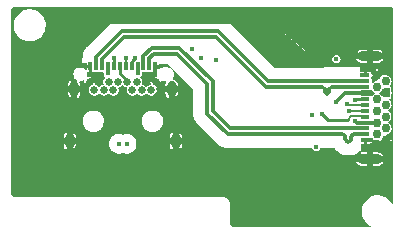
<source format=gtl>
G04 #@! TF.GenerationSoftware,KiCad,Pcbnew,6.0.11-2627ca5db0~126~ubuntu22.04.1*
G04 #@! TF.CreationDate,2023-02-09T23:48:25+01:00*
G04 #@! TF.ProjectId,PDLeech,50444c65-6563-4682-9e6b-696361645f70,rev?*
G04 #@! TF.SameCoordinates,Original*
G04 #@! TF.FileFunction,Copper,L1,Top*
G04 #@! TF.FilePolarity,Positive*
%FSLAX46Y46*%
G04 Gerber Fmt 4.6, Leading zero omitted, Abs format (unit mm)*
G04 Created by KiCad (PCBNEW 6.0.11-2627ca5db0~126~ubuntu22.04.1) date 2023-02-09 23:48:25*
%MOMM*%
%LPD*%
G01*
G04 APERTURE LIST*
G04 #@! TA.AperFunction,SMDPad,CuDef*
%ADD10R,0.300000X0.700000*%
G04 #@! TD*
G04 #@! TA.AperFunction,ComponentPad*
%ADD11C,0.650000*%
G04 #@! TD*
G04 #@! TA.AperFunction,ComponentPad*
%ADD12O,0.800000X1.400000*%
G04 #@! TD*
G04 #@! TA.AperFunction,SMDPad,CuDef*
%ADD13R,0.800000X0.300000*%
G04 #@! TD*
G04 #@! TA.AperFunction,ComponentPad*
%ADD14C,0.750000*%
G04 #@! TD*
G04 #@! TA.AperFunction,ComponentPad*
%ADD15O,2.100000X0.900000*%
G04 #@! TD*
G04 #@! TA.AperFunction,ViaPad*
%ADD16C,0.450000*%
G04 #@! TD*
G04 #@! TA.AperFunction,Conductor*
%ADD17C,0.300000*%
G04 #@! TD*
G04 #@! TA.AperFunction,Conductor*
%ADD18C,0.350000*%
G04 #@! TD*
G04 #@! TA.AperFunction,Conductor*
%ADD19C,0.254000*%
G04 #@! TD*
G04 #@! TA.AperFunction,Conductor*
%ADD20C,0.200000*%
G04 #@! TD*
G04 #@! TA.AperFunction,Conductor*
%ADD21C,0.127000*%
G04 #@! TD*
G04 APERTURE END LIST*
D10*
X139236000Y-63179000D03*
X139736000Y-63179000D03*
X140236000Y-63179000D03*
X140736000Y-63179000D03*
X141236000Y-63179000D03*
X141736000Y-63179000D03*
X142236000Y-63179000D03*
X142736000Y-63179000D03*
X143236000Y-63179000D03*
X143736000Y-63179000D03*
X144236000Y-63179000D03*
X144736000Y-63179000D03*
D11*
X144786000Y-64489000D03*
X144386000Y-65189000D03*
X143586000Y-65189000D03*
X143186000Y-64489000D03*
X142786000Y-65189000D03*
X142386000Y-64489000D03*
X141586000Y-64489000D03*
X141186000Y-65189000D03*
X140786000Y-64489000D03*
X140386000Y-65189000D03*
X139586000Y-65189000D03*
X139186000Y-64489000D03*
D12*
X146116000Y-65089000D03*
X137856000Y-65089000D03*
X146476000Y-69469000D03*
X137496000Y-69469000D03*
D13*
X162535500Y-63922500D03*
X162535500Y-64422500D03*
X162535500Y-64922500D03*
X162535500Y-65422500D03*
X162535500Y-65922500D03*
X162535500Y-66422500D03*
X162535500Y-66922500D03*
X162535500Y-67422500D03*
X162535500Y-67922500D03*
X162535500Y-68422500D03*
X162535500Y-68922500D03*
X162535500Y-69422500D03*
D14*
X164235500Y-69422500D03*
X163515500Y-68922500D03*
X164235500Y-68422500D03*
X163515500Y-67922500D03*
X164235500Y-67422500D03*
X163515500Y-66922500D03*
X164235500Y-66422500D03*
X163515500Y-65922500D03*
X164235500Y-65422500D03*
X163515500Y-64922500D03*
X164235500Y-64422500D03*
X163515500Y-63922500D03*
D15*
X162885500Y-71022500D03*
X162885500Y-62322500D03*
D16*
X151894143Y-76426762D03*
X134894143Y-63426762D03*
X132894143Y-65426762D03*
X137922000Y-61849000D03*
X132894143Y-62426762D03*
X149606000Y-72644000D03*
X148844000Y-72644000D03*
X134894143Y-73426762D03*
X135894143Y-73426762D03*
X134894143Y-64426762D03*
X132894143Y-63426762D03*
X155894143Y-76426762D03*
X153894143Y-76426762D03*
X132894143Y-73426762D03*
X147701000Y-69723000D03*
X138811000Y-60960000D03*
X159894143Y-76426762D03*
X137541000Y-62865000D03*
X147066000Y-72644000D03*
X133894143Y-63426762D03*
X161544000Y-72263000D03*
X160894143Y-76426762D03*
X158894143Y-76426762D03*
X147955000Y-72644000D03*
X157894143Y-76426762D03*
X133894143Y-62426762D03*
X133894143Y-73426762D03*
X145542000Y-69723000D03*
X132894143Y-64426762D03*
X152894143Y-76426762D03*
X133894143Y-64426762D03*
X150368000Y-72644000D03*
X136894143Y-58426762D03*
X156894143Y-76426762D03*
X133894143Y-65426762D03*
X134894143Y-65426762D03*
X134894143Y-62426762D03*
X154894143Y-76426762D03*
X161163000Y-71374000D03*
X140716000Y-63754000D03*
X160020000Y-66167000D03*
X161671000Y-67818000D03*
X143256000Y-63754000D03*
X141224000Y-62484000D03*
X160972500Y-66357500D03*
X142311000Y-69723000D03*
X141661000Y-69723000D03*
X142240000Y-62484000D03*
X161163000Y-66955481D03*
X158877000Y-67183000D03*
X147828000Y-61722000D03*
X148590000Y-62484000D03*
X143002000Y-62484000D03*
X161607500Y-65976500D03*
X149860000Y-62611000D03*
X160068500Y-62551000D03*
X158369000Y-69977000D03*
X157988000Y-67310000D03*
D17*
X141882446Y-60202000D02*
X150090554Y-60202000D01*
X150090554Y-60202000D02*
X154311054Y-64422500D01*
X154311054Y-64422500D02*
X162535500Y-64422500D01*
X139736000Y-62348446D02*
X141882446Y-60202000D01*
X139736000Y-63179000D02*
X139736000Y-62348446D01*
X149883446Y-60702000D02*
X142089554Y-60702000D01*
X158884500Y-64922500D02*
X158834500Y-64922500D01*
X162535500Y-64922500D02*
X159664500Y-64922500D01*
X159469500Y-65117500D02*
X159469500Y-65309104D01*
X159079500Y-65309104D02*
X159079500Y-65117500D01*
X142089554Y-60702000D02*
X140236000Y-62555554D01*
X140236000Y-62555554D02*
X140236000Y-63179000D01*
X158834500Y-64922500D02*
X154103946Y-64922500D01*
X154103946Y-64922500D02*
X149883446Y-60702000D01*
X158884500Y-64922500D02*
G75*
G02*
X159079500Y-65117500I0J-195000D01*
G01*
X159469500Y-65117500D02*
G75*
G02*
X159664500Y-64922500I195000J0D01*
G01*
X159079496Y-65309104D02*
G75*
G03*
X159274500Y-65504104I195004J4D01*
G01*
X159274500Y-65504100D02*
G75*
G03*
X159469500Y-65309104I0J195000D01*
G01*
D18*
X163515500Y-67922500D02*
X162535500Y-67922500D01*
D17*
X140736000Y-63179000D02*
X140736000Y-63734000D01*
D18*
X160793500Y-65393500D02*
X162506500Y-65393500D01*
D17*
X143236000Y-63734000D02*
X143256000Y-63754000D01*
D18*
X160020000Y-66167000D02*
X160793500Y-65393500D01*
X161671000Y-67818000D02*
X161775500Y-67922500D01*
X161775500Y-67922500D02*
X162535500Y-67922500D01*
D17*
X140736000Y-63734000D02*
X140716000Y-63754000D01*
X143236000Y-63179000D02*
X143236000Y-63734000D01*
D19*
X141236000Y-62496000D02*
X141236000Y-63179000D01*
X141224000Y-62484000D02*
X141236000Y-62496000D01*
X142386000Y-64489000D02*
X142386000Y-64408000D01*
D20*
X162527500Y-66430500D02*
X162535500Y-66422500D01*
D19*
X141732000Y-63183000D02*
X141736000Y-63179000D01*
D20*
X160972500Y-66357500D02*
X161045500Y-66430500D01*
D19*
X141732000Y-63754000D02*
X141732000Y-63183000D01*
D20*
X161045500Y-66430500D02*
X162527500Y-66430500D01*
D19*
X142386000Y-64408000D02*
X141732000Y-63754000D01*
D20*
X161163000Y-66955481D02*
X161195981Y-66922500D01*
X142236000Y-63179000D02*
X142236000Y-62488000D01*
X142236000Y-62488000D02*
X142240000Y-62484000D01*
X161195981Y-66922500D02*
X162535500Y-66922500D01*
D21*
X162513500Y-67400500D02*
X162535500Y-67422500D01*
D19*
X142736000Y-63179000D02*
X142736000Y-62750000D01*
X158877000Y-67183000D02*
X159385000Y-67691000D01*
X159385000Y-67691000D02*
X161036000Y-67691000D01*
D21*
X161326500Y-67400500D02*
X162513500Y-67400500D01*
X161036000Y-67691000D02*
X161326500Y-67400500D01*
D19*
X142736000Y-62750000D02*
X143002000Y-62484000D01*
D17*
X143736000Y-62285446D02*
X144422446Y-61599000D01*
X149602000Y-64412446D02*
X149602000Y-66952446D01*
X143736000Y-63179000D02*
X143736000Y-62285446D01*
X144422446Y-61599000D02*
X146788554Y-61599000D01*
X146788554Y-61599000D02*
X149602000Y-64412446D01*
X149602000Y-66952446D02*
X151072054Y-68422500D01*
X151072054Y-68422500D02*
X162535500Y-68422500D01*
X149102000Y-67159554D02*
X149102000Y-64619554D01*
X161332500Y-69172500D02*
X161332500Y-69301316D01*
X160532500Y-68922500D02*
X150864946Y-68922500D01*
X160582500Y-68922500D02*
X160532500Y-68922500D01*
X144629554Y-62099000D02*
X144236000Y-62492554D01*
X150864946Y-68922500D02*
X149102000Y-67159554D01*
X160832500Y-69301316D02*
X160832500Y-69172500D01*
X162535500Y-68922500D02*
X161582500Y-68922500D01*
X144236000Y-62492554D02*
X144236000Y-63179000D01*
X146581446Y-62099000D02*
X144629554Y-62099000D01*
X149102000Y-64619554D02*
X146581446Y-62099000D01*
X161332500Y-69172500D02*
G75*
G02*
X161582500Y-68922500I250000J0D01*
G01*
X161082500Y-69551300D02*
G75*
G03*
X161332500Y-69301316I0J250000D01*
G01*
X160582500Y-68922500D02*
G75*
G02*
X160832500Y-69172500I0J-250000D01*
G01*
X160832484Y-69301316D02*
G75*
G03*
X161082500Y-69551316I250016J16D01*
G01*
D19*
X161607500Y-65976500D02*
X161661500Y-65922500D01*
X161661500Y-65922500D02*
X162535500Y-65922500D01*
G04 #@! TA.AperFunction,Conductor*
G36*
X164576134Y-58114090D02*
G01*
X164591641Y-58117656D01*
X164598508Y-58116102D01*
X164605545Y-58116114D01*
X164605544Y-58116843D01*
X164617051Y-58116467D01*
X164677251Y-58126002D01*
X164695841Y-58132043D01*
X164763924Y-58166733D01*
X164779744Y-58178227D01*
X164833773Y-58232256D01*
X164845267Y-58248076D01*
X164879955Y-58316155D01*
X164885998Y-58334752D01*
X164895467Y-58394541D01*
X164895081Y-58405744D01*
X164895933Y-58405745D01*
X164895921Y-58412783D01*
X164894344Y-58419641D01*
X164895897Y-58426504D01*
X164895897Y-58426505D01*
X164897959Y-58435617D01*
X164899500Y-58449411D01*
X164899500Y-74784563D01*
X164881194Y-74828757D01*
X164837000Y-74847063D01*
X164792806Y-74828757D01*
X164783568Y-74816986D01*
X164763893Y-74784563D01*
X164674379Y-74637048D01*
X164666229Y-74627655D01*
X164525459Y-74465433D01*
X164525457Y-74465431D01*
X164523724Y-74463434D01*
X164345971Y-74317685D01*
X164146202Y-74203970D01*
X164143718Y-74203068D01*
X164143715Y-74203067D01*
X164045087Y-74167267D01*
X163930129Y-74125539D01*
X163703931Y-74084636D01*
X163701891Y-74084540D01*
X163701884Y-74084539D01*
X163680572Y-74083534D01*
X163680554Y-74083534D01*
X163679842Y-74083500D01*
X163518288Y-74083500D01*
X163516972Y-74083612D01*
X163516964Y-74083612D01*
X163349594Y-74097814D01*
X163349592Y-74097814D01*
X163346956Y-74098038D01*
X163344399Y-74098702D01*
X163344397Y-74098702D01*
X163332677Y-74101744D01*
X163124461Y-74155786D01*
X163122048Y-74156873D01*
X163122045Y-74156874D01*
X162917296Y-74249107D01*
X162917293Y-74249109D01*
X162914877Y-74250197D01*
X162724197Y-74378570D01*
X162722285Y-74380394D01*
X162722280Y-74380398D01*
X162643534Y-74455519D01*
X162557872Y-74537236D01*
X162420658Y-74721658D01*
X162419465Y-74724004D01*
X162419464Y-74724006D01*
X162321591Y-74916510D01*
X162316480Y-74926562D01*
X162248315Y-75146089D01*
X162218112Y-75373964D01*
X162226736Y-75603669D01*
X162273939Y-75828637D01*
X162358372Y-76042436D01*
X162477621Y-76238952D01*
X162479355Y-76240950D01*
X162479357Y-76240953D01*
X162565819Y-76340591D01*
X162628276Y-76412566D01*
X162806029Y-76558315D01*
X162808330Y-76559625D01*
X162808339Y-76559631D01*
X162957756Y-76644684D01*
X162987107Y-76682455D01*
X162981153Y-76729919D01*
X162943382Y-76759270D01*
X162926837Y-76761500D01*
X151413873Y-76761500D01*
X151399867Y-76759910D01*
X151391221Y-76757922D01*
X151384359Y-76756344D01*
X151377492Y-76757898D01*
X151370455Y-76757886D01*
X151370456Y-76757157D01*
X151358949Y-76757533D01*
X151298749Y-76747998D01*
X151280159Y-76741957D01*
X151212076Y-76707267D01*
X151196256Y-76695773D01*
X151142227Y-76641744D01*
X151130733Y-76625924D01*
X151096045Y-76557844D01*
X151090003Y-76539247D01*
X151080566Y-76479666D01*
X151081198Y-76461774D01*
X151080451Y-76461688D01*
X151080857Y-76458160D01*
X151081655Y-76454718D01*
X151081656Y-76454000D01*
X151078065Y-76438257D01*
X151076500Y-76424358D01*
X151076500Y-74960107D01*
X151078114Y-74945994D01*
X151080856Y-74934163D01*
X151081655Y-74930718D01*
X151081656Y-74930000D01*
X151079491Y-74920510D01*
X151078228Y-74912740D01*
X151066550Y-74794162D01*
X151066549Y-74794158D01*
X151066249Y-74791110D01*
X151044540Y-74719545D01*
X151026626Y-74660489D01*
X151026624Y-74660484D01*
X151025736Y-74657557D01*
X150959946Y-74534474D01*
X150871409Y-74426591D01*
X150763526Y-74338054D01*
X150640443Y-74272264D01*
X150637516Y-74271376D01*
X150637511Y-74271374D01*
X150551291Y-74245220D01*
X150506890Y-74231751D01*
X150503842Y-74231451D01*
X150503838Y-74231450D01*
X150386236Y-74219868D01*
X150378258Y-74218556D01*
X150368718Y-74216345D01*
X150368000Y-74216344D01*
X150352258Y-74219935D01*
X150338358Y-74221500D01*
X132871873Y-74221500D01*
X132857867Y-74219910D01*
X132849221Y-74217922D01*
X132842359Y-74216344D01*
X132835492Y-74217898D01*
X132828455Y-74217886D01*
X132828456Y-74217157D01*
X132816949Y-74217533D01*
X132756749Y-74207998D01*
X132738159Y-74201957D01*
X132670076Y-74167267D01*
X132654256Y-74155773D01*
X132600227Y-74101744D01*
X132588733Y-74085924D01*
X132554045Y-74017844D01*
X132548003Y-73999247D01*
X132538566Y-73939666D01*
X132539198Y-73921774D01*
X132538451Y-73921688D01*
X132538857Y-73918160D01*
X132539655Y-73914718D01*
X132539656Y-73914000D01*
X132536065Y-73898257D01*
X132534500Y-73884358D01*
X132534500Y-71282716D01*
X161768745Y-71282716D01*
X161779924Y-71309705D01*
X161783986Y-71316740D01*
X161871486Y-71430772D01*
X161877228Y-71436514D01*
X161991257Y-71524012D01*
X161998300Y-71528079D01*
X162131087Y-71583081D01*
X162138935Y-71585184D01*
X162245648Y-71599233D01*
X162249727Y-71599500D01*
X162619069Y-71599500D01*
X162627859Y-71595859D01*
X162631500Y-71587069D01*
X163139500Y-71587069D01*
X163143141Y-71595859D01*
X163151931Y-71599500D01*
X163521273Y-71599500D01*
X163525352Y-71599233D01*
X163632065Y-71585184D01*
X163639913Y-71583081D01*
X163772700Y-71528079D01*
X163779743Y-71524012D01*
X163893772Y-71436514D01*
X163899514Y-71430772D01*
X163987012Y-71316744D01*
X163991079Y-71309701D01*
X164000073Y-71287986D01*
X164000073Y-71278470D01*
X163998103Y-71276500D01*
X163151931Y-71276500D01*
X163143141Y-71280141D01*
X163139500Y-71288931D01*
X163139500Y-71587069D01*
X162631500Y-71587069D01*
X162631500Y-71288931D01*
X162627859Y-71280141D01*
X162619069Y-71276500D01*
X161778601Y-71276500D01*
X161769811Y-71280141D01*
X161768745Y-71282716D01*
X132534500Y-71282716D01*
X132534500Y-70739000D01*
X140335000Y-70739000D01*
X143764000Y-70739000D01*
X143764000Y-69803051D01*
X145949000Y-69803051D01*
X145949288Y-69807272D01*
X145963063Y-69907832D01*
X145965333Y-69915962D01*
X146019292Y-70040656D01*
X146023668Y-70047880D01*
X146109173Y-70153471D01*
X146115320Y-70159244D01*
X146211866Y-70227855D01*
X146220557Y-70229846D01*
X146222000Y-70225325D01*
X146222000Y-70218653D01*
X146730000Y-70218653D01*
X146733641Y-70227443D01*
X146735156Y-70228071D01*
X146736589Y-70227726D01*
X146775799Y-70207748D01*
X146782730Y-70202930D01*
X146882742Y-70110965D01*
X146888124Y-70104459D01*
X146959718Y-69988991D01*
X146963155Y-69981270D01*
X147001333Y-69849858D01*
X147002488Y-69843442D01*
X147002916Y-69837616D01*
X147003000Y-69835323D01*
X147003000Y-69735431D01*
X146999359Y-69726641D01*
X146990569Y-69723000D01*
X146742431Y-69723000D01*
X146733641Y-69726641D01*
X146730000Y-69735431D01*
X146730000Y-70218653D01*
X146222000Y-70218653D01*
X146222000Y-69735431D01*
X146218359Y-69726641D01*
X146209569Y-69723000D01*
X145961431Y-69723000D01*
X145952641Y-69726641D01*
X145949000Y-69735431D01*
X145949000Y-69803051D01*
X143764000Y-69803051D01*
X143764000Y-69202569D01*
X145949000Y-69202569D01*
X145952641Y-69211359D01*
X145961431Y-69215000D01*
X146209569Y-69215000D01*
X146218359Y-69211359D01*
X146222000Y-69202569D01*
X146730000Y-69202569D01*
X146733641Y-69211359D01*
X146742431Y-69215000D01*
X146990569Y-69215000D01*
X146999359Y-69211359D01*
X147003000Y-69202569D01*
X147003000Y-69134949D01*
X147002712Y-69130728D01*
X146988937Y-69030168D01*
X146986667Y-69022038D01*
X146932708Y-68897344D01*
X146928332Y-68890120D01*
X146842827Y-68784529D01*
X146836680Y-68778756D01*
X146740134Y-68710145D01*
X146731443Y-68708154D01*
X146730000Y-68712675D01*
X146730000Y-69202569D01*
X146222000Y-69202569D01*
X146222000Y-68719347D01*
X146218359Y-68710557D01*
X146216844Y-68709929D01*
X146215411Y-68710274D01*
X146176201Y-68730252D01*
X146169270Y-68735070D01*
X146069258Y-68827035D01*
X146063876Y-68833541D01*
X145992282Y-68949009D01*
X145988845Y-68956730D01*
X145950667Y-69088142D01*
X145949512Y-69094558D01*
X145949084Y-69100384D01*
X145949000Y-69102678D01*
X145949000Y-69202569D01*
X143764000Y-69202569D01*
X143764000Y-68834000D01*
X140335000Y-68834000D01*
X140335000Y-70739000D01*
X132534500Y-70739000D01*
X132534500Y-69803051D01*
X136969000Y-69803051D01*
X136969288Y-69807272D01*
X136983063Y-69907832D01*
X136985333Y-69915962D01*
X137039292Y-70040656D01*
X137043668Y-70047880D01*
X137129173Y-70153471D01*
X137135320Y-70159244D01*
X137231866Y-70227855D01*
X137240557Y-70229846D01*
X137242000Y-70225325D01*
X137242000Y-70218653D01*
X137750000Y-70218653D01*
X137753641Y-70227443D01*
X137755156Y-70228071D01*
X137756589Y-70227726D01*
X137795799Y-70207748D01*
X137802730Y-70202930D01*
X137902742Y-70110965D01*
X137908124Y-70104459D01*
X137979718Y-69988991D01*
X137983155Y-69981270D01*
X138021333Y-69849858D01*
X138022488Y-69843442D01*
X138022916Y-69837616D01*
X138023000Y-69835323D01*
X138023000Y-69735431D01*
X138019359Y-69726641D01*
X138010569Y-69723000D01*
X137762431Y-69723000D01*
X137753641Y-69726641D01*
X137750000Y-69735431D01*
X137750000Y-70218653D01*
X137242000Y-70218653D01*
X137242000Y-69735431D01*
X137238359Y-69726641D01*
X137229569Y-69723000D01*
X136981431Y-69723000D01*
X136972641Y-69726641D01*
X136969000Y-69735431D01*
X136969000Y-69803051D01*
X132534500Y-69803051D01*
X132534500Y-69202569D01*
X136969000Y-69202569D01*
X136972641Y-69211359D01*
X136981431Y-69215000D01*
X137229569Y-69215000D01*
X137238359Y-69211359D01*
X137242000Y-69202569D01*
X137750000Y-69202569D01*
X137753641Y-69211359D01*
X137762431Y-69215000D01*
X138010569Y-69215000D01*
X138019359Y-69211359D01*
X138023000Y-69202569D01*
X138023000Y-69134949D01*
X138022712Y-69130728D01*
X138008937Y-69030168D01*
X138006667Y-69022038D01*
X137952708Y-68897344D01*
X137948332Y-68890120D01*
X137862827Y-68784529D01*
X137856680Y-68778756D01*
X137760134Y-68710145D01*
X137751443Y-68708154D01*
X137750000Y-68712675D01*
X137750000Y-69202569D01*
X137242000Y-69202569D01*
X137242000Y-68719347D01*
X137238359Y-68710557D01*
X137236844Y-68709929D01*
X137235411Y-68710274D01*
X137196201Y-68730252D01*
X137189270Y-68735070D01*
X137089258Y-68827035D01*
X137083876Y-68833541D01*
X137012282Y-68949009D01*
X137008845Y-68956730D01*
X136970667Y-69088142D01*
X136969512Y-69094558D01*
X136969084Y-69100384D01*
X136969000Y-69102678D01*
X136969000Y-69202569D01*
X132534500Y-69202569D01*
X132534500Y-67900067D01*
X138581500Y-67900067D01*
X138582182Y-67903274D01*
X138582182Y-67903277D01*
X138620277Y-68082500D01*
X138621031Y-68086045D01*
X138698365Y-68259741D01*
X138810123Y-68413562D01*
X138812554Y-68415751D01*
X138812555Y-68415752D01*
X138836463Y-68437279D01*
X138951420Y-68540786D01*
X138954254Y-68542422D01*
X139092516Y-68622248D01*
X139116080Y-68635853D01*
X139296908Y-68694608D01*
X139345953Y-68699763D01*
X139436968Y-68709329D01*
X139436976Y-68709329D01*
X139438599Y-68709500D01*
X139533401Y-68709500D01*
X139535024Y-68709329D01*
X139535032Y-68709329D01*
X139626047Y-68699763D01*
X139675092Y-68694608D01*
X139855920Y-68635853D01*
X139879485Y-68622248D01*
X140017746Y-68542422D01*
X140020580Y-68540786D01*
X140135537Y-68437279D01*
X140159445Y-68415752D01*
X140159446Y-68415751D01*
X140161877Y-68413562D01*
X140273635Y-68259741D01*
X140350969Y-68086045D01*
X140351723Y-68082500D01*
X140389818Y-67903277D01*
X140389818Y-67903274D01*
X140390500Y-67900067D01*
X143581500Y-67900067D01*
X143582182Y-67903274D01*
X143582182Y-67903277D01*
X143620277Y-68082500D01*
X143621031Y-68086045D01*
X143698365Y-68259741D01*
X143810123Y-68413562D01*
X143812554Y-68415751D01*
X143812555Y-68415752D01*
X143836463Y-68437279D01*
X143951420Y-68540786D01*
X143954254Y-68542422D01*
X144092516Y-68622248D01*
X144116080Y-68635853D01*
X144296908Y-68694608D01*
X144345953Y-68699763D01*
X144436968Y-68709329D01*
X144436976Y-68709329D01*
X144438599Y-68709500D01*
X144533401Y-68709500D01*
X144535024Y-68709329D01*
X144535032Y-68709329D01*
X144626047Y-68699763D01*
X144675092Y-68694608D01*
X144855920Y-68635853D01*
X144879485Y-68622248D01*
X145017746Y-68542422D01*
X145020580Y-68540786D01*
X145135537Y-68437279D01*
X145159445Y-68415752D01*
X145159446Y-68415751D01*
X145161877Y-68413562D01*
X145273635Y-68259741D01*
X145350969Y-68086045D01*
X145351723Y-68082500D01*
X145389818Y-67903277D01*
X145389818Y-67903274D01*
X145390500Y-67900067D01*
X145390500Y-67709933D01*
X145354748Y-67541731D01*
X145351651Y-67527163D01*
X145351651Y-67527162D01*
X145350969Y-67523955D01*
X145273635Y-67350259D01*
X145161877Y-67196438D01*
X145152353Y-67187862D01*
X145023011Y-67071403D01*
X145020580Y-67069214D01*
X144930827Y-67017395D01*
X144858754Y-66975783D01*
X144858752Y-66975782D01*
X144855920Y-66974147D01*
X144675092Y-66915392D01*
X144626047Y-66910237D01*
X144535032Y-66900671D01*
X144535024Y-66900671D01*
X144533401Y-66900500D01*
X144438599Y-66900500D01*
X144436976Y-66900671D01*
X144436968Y-66900671D01*
X144345953Y-66910237D01*
X144296908Y-66915392D01*
X144116080Y-66974147D01*
X144113248Y-66975782D01*
X144113246Y-66975783D01*
X144041173Y-67017395D01*
X143951420Y-67069214D01*
X143948989Y-67071403D01*
X143819648Y-67187862D01*
X143810123Y-67196438D01*
X143698365Y-67350259D01*
X143621031Y-67523955D01*
X143620349Y-67527162D01*
X143620349Y-67527163D01*
X143617253Y-67541731D01*
X143581500Y-67709933D01*
X143581500Y-67900067D01*
X140390500Y-67900067D01*
X140390500Y-67709933D01*
X140354748Y-67541731D01*
X140351651Y-67527163D01*
X140351651Y-67527162D01*
X140350969Y-67523955D01*
X140273635Y-67350259D01*
X140161877Y-67196438D01*
X140152353Y-67187862D01*
X140023011Y-67071403D01*
X140020580Y-67069214D01*
X139930827Y-67017395D01*
X139858754Y-66975783D01*
X139858752Y-66975782D01*
X139855920Y-66974147D01*
X139675092Y-66915392D01*
X139626047Y-66910237D01*
X139535032Y-66900671D01*
X139535024Y-66900671D01*
X139533401Y-66900500D01*
X139438599Y-66900500D01*
X139436976Y-66900671D01*
X139436968Y-66900671D01*
X139345953Y-66910237D01*
X139296908Y-66915392D01*
X139116080Y-66974147D01*
X139113248Y-66975782D01*
X139113246Y-66975783D01*
X139041173Y-67017395D01*
X138951420Y-67069214D01*
X138948989Y-67071403D01*
X138819648Y-67187862D01*
X138810123Y-67196438D01*
X138698365Y-67350259D01*
X138621031Y-67523955D01*
X138620349Y-67527162D01*
X138620349Y-67527163D01*
X138617253Y-67541731D01*
X138581500Y-67709933D01*
X138581500Y-67900067D01*
X132534500Y-67900067D01*
X132534500Y-65423051D01*
X137329000Y-65423051D01*
X137329288Y-65427272D01*
X137343063Y-65527832D01*
X137345333Y-65535962D01*
X137399292Y-65660656D01*
X137403668Y-65667880D01*
X137489173Y-65773471D01*
X137495320Y-65779244D01*
X137591866Y-65847855D01*
X137600557Y-65849846D01*
X137602000Y-65845325D01*
X137602000Y-65838653D01*
X138110000Y-65838653D01*
X138113641Y-65847443D01*
X138115156Y-65848071D01*
X138116589Y-65847726D01*
X138155799Y-65827748D01*
X138162730Y-65822930D01*
X138262742Y-65730965D01*
X138268124Y-65724459D01*
X138339718Y-65608991D01*
X138343155Y-65601270D01*
X138381333Y-65469858D01*
X138382488Y-65463442D01*
X138382916Y-65457616D01*
X138383000Y-65455323D01*
X138383000Y-65355431D01*
X138379359Y-65346641D01*
X138370569Y-65343000D01*
X138122431Y-65343000D01*
X138113641Y-65346641D01*
X138110000Y-65355431D01*
X138110000Y-65838653D01*
X137602000Y-65838653D01*
X137602000Y-65355431D01*
X137598359Y-65346641D01*
X137589569Y-65343000D01*
X137341431Y-65343000D01*
X137332641Y-65346641D01*
X137329000Y-65355431D01*
X137329000Y-65423051D01*
X132534500Y-65423051D01*
X132534500Y-64822569D01*
X137329000Y-64822569D01*
X137332641Y-64831359D01*
X137341431Y-64835000D01*
X137589569Y-64835000D01*
X137598359Y-64831359D01*
X137602000Y-64822569D01*
X137602000Y-64339347D01*
X137598359Y-64330557D01*
X137596844Y-64329929D01*
X137595411Y-64330274D01*
X137556201Y-64350252D01*
X137549270Y-64355070D01*
X137449258Y-64447035D01*
X137443876Y-64453541D01*
X137372282Y-64569009D01*
X137368845Y-64576730D01*
X137330667Y-64708142D01*
X137329512Y-64714558D01*
X137329084Y-64720384D01*
X137329000Y-64722678D01*
X137329000Y-64822569D01*
X132534500Y-64822569D01*
X132534500Y-63839000D01*
X137801500Y-63839000D01*
X137802035Y-63843064D01*
X137820746Y-63985188D01*
X137821416Y-63990280D01*
X137822984Y-63994064D01*
X137822984Y-63994066D01*
X137870528Y-64108846D01*
X137879808Y-64131250D01*
X137972696Y-64252304D01*
X137975941Y-64254794D01*
X137975944Y-64254797D01*
X138085547Y-64338898D01*
X138109465Y-64380325D01*
X138110000Y-64388483D01*
X138110000Y-64822569D01*
X138113641Y-64831359D01*
X138122431Y-64835000D01*
X138370569Y-64835000D01*
X138379359Y-64831359D01*
X138383000Y-64822569D01*
X138383000Y-64754949D01*
X138382712Y-64750728D01*
X138368937Y-64650168D01*
X138366667Y-64642038D01*
X138312706Y-64517341D01*
X138310307Y-64513380D01*
X138303068Y-64466095D01*
X138331385Y-64427542D01*
X138363765Y-64418500D01*
X138423980Y-64418500D01*
X138426005Y-64418233D01*
X138426011Y-64418233D01*
X138533217Y-64404119D01*
X138533218Y-64404119D01*
X138537280Y-64403584D01*
X138541064Y-64402016D01*
X138541066Y-64402016D01*
X138653126Y-64355599D01*
X138700962Y-64355599D01*
X138734786Y-64389423D01*
X138738800Y-64422956D01*
X138730071Y-64479023D01*
X138729963Y-64487836D01*
X138739683Y-64562166D01*
X138743908Y-64569499D01*
X138748603Y-64567186D01*
X139085184Y-64230606D01*
X139263892Y-64051897D01*
X139267534Y-64043106D01*
X139267063Y-64041969D01*
X139265237Y-64040879D01*
X139257765Y-64038644D01*
X139249045Y-64037341D01*
X139128479Y-64036604D01*
X139119744Y-64037801D01*
X139028274Y-64063943D01*
X138980751Y-64058486D01*
X138951005Y-64021024D01*
X138950751Y-63990302D01*
X138950584Y-63990280D01*
X138950741Y-63989089D01*
X138950741Y-63989088D01*
X138970500Y-63839000D01*
X138954137Y-63714711D01*
X138966517Y-63668506D01*
X139007944Y-63644589D01*
X139040018Y-63648811D01*
X139042482Y-63649831D01*
X139070481Y-63655401D01*
X139074144Y-63655762D01*
X139082359Y-63652359D01*
X139086000Y-63643569D01*
X139086000Y-63341431D01*
X139082359Y-63332641D01*
X139073569Y-63329000D01*
X138971431Y-63329000D01*
X138962641Y-63332641D01*
X138959000Y-63341431D01*
X138959000Y-63449696D01*
X138940694Y-63493890D01*
X138896500Y-63512196D01*
X138852306Y-63493890D01*
X138846915Y-63487744D01*
X138801794Y-63428941D01*
X138799304Y-63425696D01*
X138678250Y-63332808D01*
X138669057Y-63329000D01*
X138541066Y-63275984D01*
X138541064Y-63275984D01*
X138537280Y-63274416D01*
X138533218Y-63273881D01*
X138533217Y-63273881D01*
X138426011Y-63259767D01*
X138426005Y-63259767D01*
X138423980Y-63259500D01*
X138348020Y-63259500D01*
X138345995Y-63259767D01*
X138345989Y-63259767D01*
X138238783Y-63273881D01*
X138238782Y-63273881D01*
X138234720Y-63274416D01*
X138230936Y-63275984D01*
X138230934Y-63275984D01*
X138102943Y-63329000D01*
X138093750Y-63332808D01*
X137972696Y-63425696D01*
X137879808Y-63546750D01*
X137878241Y-63550533D01*
X137834436Y-63656288D01*
X137821416Y-63687720D01*
X137820881Y-63691780D01*
X137820881Y-63691782D01*
X137811499Y-63763047D01*
X137801500Y-63839000D01*
X132534500Y-63839000D01*
X132534500Y-62865000D01*
X138557000Y-62865000D01*
X138959000Y-62865000D01*
X138959000Y-63016569D01*
X138962641Y-63025359D01*
X138971431Y-63029000D01*
X139073569Y-63029000D01*
X139082359Y-63025359D01*
X139086000Y-63016569D01*
X139086000Y-62865000D01*
X139386000Y-62865000D01*
X139386000Y-63643569D01*
X139389641Y-63652359D01*
X139397856Y-63655762D01*
X139401519Y-63655401D01*
X139429518Y-63649831D01*
X139440670Y-63645212D01*
X139450826Y-63638426D01*
X139497742Y-63629093D01*
X139520271Y-63638424D01*
X139536252Y-63649102D01*
X139542285Y-63650302D01*
X139542287Y-63650303D01*
X139559019Y-63653631D01*
X139573442Y-63656500D01*
X139898558Y-63656500D01*
X139912981Y-63653631D01*
X139929713Y-63650303D01*
X139929715Y-63650302D01*
X139935748Y-63649102D01*
X139944029Y-63643569D01*
X139951277Y-63638726D01*
X139998194Y-63629394D01*
X140020723Y-63638726D01*
X140027971Y-63643569D01*
X140036252Y-63649102D01*
X140042285Y-63650302D01*
X140042287Y-63650303D01*
X140059019Y-63653631D01*
X140073442Y-63656500D01*
X140299346Y-63656500D01*
X140343540Y-63674806D01*
X140361846Y-63719000D01*
X140361076Y-63728777D01*
X140357081Y-63754000D01*
X140374648Y-63864912D01*
X140376883Y-63869298D01*
X140418859Y-63951681D01*
X140425628Y-63964967D01*
X140502954Y-64042293D01*
X140521260Y-64086487D01*
X140502954Y-64130681D01*
X140496838Y-64135569D01*
X140496865Y-64135600D01*
X140493476Y-64138484D01*
X140489710Y-64140860D01*
X140486764Y-64144195D01*
X140486761Y-64144198D01*
X140477112Y-64155124D01*
X140472699Y-64159638D01*
X140427288Y-64201617D01*
X140424939Y-64205661D01*
X140413555Y-64225259D01*
X140407792Y-64233250D01*
X140406855Y-64234677D01*
X140403908Y-64238013D01*
X140402017Y-64242040D01*
X140402016Y-64242042D01*
X140395623Y-64255659D01*
X140393100Y-64260476D01*
X140358643Y-64319797D01*
X140357589Y-64324345D01*
X140357588Y-64324347D01*
X140353442Y-64342235D01*
X140351796Y-64346987D01*
X140352015Y-64347054D01*
X140350713Y-64351314D01*
X140348822Y-64355341D01*
X140348138Y-64359733D01*
X140348137Y-64359737D01*
X140345937Y-64373871D01*
X140345067Y-64378368D01*
X140328946Y-64447921D01*
X140327783Y-64452938D01*
X140329037Y-64470649D01*
X140329393Y-64475671D01*
X140329502Y-64479426D01*
X140328881Y-64483415D01*
X140330953Y-64499259D01*
X140331322Y-64502930D01*
X140332889Y-64525062D01*
X140337435Y-64589266D01*
X140345422Y-64609911D01*
X140345687Y-64611938D01*
X140349427Y-64620437D01*
X140350494Y-64623022D01*
X140352416Y-64627990D01*
X140362539Y-64654157D01*
X140361412Y-64701979D01*
X140326799Y-64734997D01*
X140321425Y-64736800D01*
X140308522Y-64740488D01*
X140300642Y-64742199D01*
X140275623Y-64745960D01*
X140255470Y-64748990D01*
X140255468Y-64748991D01*
X140250849Y-64749685D01*
X140246640Y-64751706D01*
X140246637Y-64751707D01*
X140218151Y-64765386D01*
X140208274Y-64769138D01*
X140203611Y-64770471D01*
X140203607Y-64770473D01*
X140199331Y-64771695D01*
X140195573Y-64774066D01*
X140195569Y-64774068D01*
X140184276Y-64781194D01*
X140177979Y-64784677D01*
X140127647Y-64808846D01*
X140104329Y-64830401D01*
X140095267Y-64837354D01*
X140089710Y-64840860D01*
X140086764Y-64844195D01*
X140086761Y-64844198D01*
X140077112Y-64855124D01*
X140072699Y-64859638D01*
X140027288Y-64901617D01*
X140025946Y-64900165D01*
X139990102Y-64919877D01*
X139944164Y-64906539D01*
X139934155Y-64896453D01*
X139900641Y-64853941D01*
X139896798Y-64851285D01*
X139896796Y-64851283D01*
X139800424Y-64784677D01*
X139788211Y-64776236D01*
X139773853Y-64771695D01*
X139661302Y-64736100D01*
X139657903Y-64735025D01*
X139655889Y-64734867D01*
X139616393Y-64708701D01*
X139606876Y-64661822D01*
X139611978Y-64646520D01*
X139619090Y-64631843D01*
X139621770Y-64623445D01*
X139642112Y-64502532D01*
X139642541Y-64497746D01*
X139642619Y-64491415D01*
X139642306Y-64486613D01*
X139632205Y-64416076D01*
X139627814Y-64408667D01*
X139623273Y-64410938D01*
X139449152Y-64585058D01*
X139107644Y-64926566D01*
X139104003Y-64935357D01*
X139104556Y-64936691D01*
X139106086Y-64937617D01*
X139108741Y-64938446D01*
X139109870Y-64938629D01*
X139110427Y-64938973D01*
X139112991Y-64939774D01*
X139112786Y-64940430D01*
X139150569Y-64963764D01*
X139161575Y-65010316D01*
X139159253Y-65018748D01*
X139158643Y-65019797D01*
X139157589Y-65024345D01*
X139157588Y-65024347D01*
X139153442Y-65042235D01*
X139151796Y-65046987D01*
X139152015Y-65047054D01*
X139150713Y-65051314D01*
X139148822Y-65055341D01*
X139148138Y-65059733D01*
X139148137Y-65059737D01*
X139145937Y-65073871D01*
X139145067Y-65078368D01*
X139130821Y-65139832D01*
X139127783Y-65152938D01*
X139129393Y-65175671D01*
X139129502Y-65179426D01*
X139128881Y-65183415D01*
X139130953Y-65199259D01*
X139131322Y-65202930D01*
X139132889Y-65225062D01*
X139137435Y-65289266D01*
X139145422Y-65309911D01*
X139145687Y-65311938D01*
X139149427Y-65320437D01*
X139150494Y-65323022D01*
X139186747Y-65416730D01*
X139271359Y-65524059D01*
X139275199Y-65526713D01*
X139275200Y-65526714D01*
X139309833Y-65550650D01*
X139383789Y-65601764D01*
X139388246Y-65603174D01*
X139388247Y-65603174D01*
X139469934Y-65629008D01*
X139514097Y-65642975D01*
X139517650Y-65643255D01*
X139517652Y-65643255D01*
X139519529Y-65643403D01*
X139519542Y-65643404D01*
X139520768Y-65643500D01*
X139620149Y-65643500D01*
X139622458Y-65643153D01*
X139624782Y-65642979D01*
X139624784Y-65643002D01*
X139632879Y-65642471D01*
X139642505Y-65642648D01*
X139659505Y-65638013D01*
X139666627Y-65636512D01*
X139721151Y-65628315D01*
X139750274Y-65614330D01*
X139760889Y-65610372D01*
X139760905Y-65610368D01*
X139767557Y-65608554D01*
X139783676Y-65598658D01*
X139789310Y-65595586D01*
X139840145Y-65571175D01*
X139840147Y-65571174D01*
X139844353Y-65569154D01*
X139864835Y-65550221D01*
X139873565Y-65543607D01*
X139874220Y-65543064D01*
X139878015Y-65540733D01*
X139881003Y-65537432D01*
X139891094Y-65526284D01*
X139895005Y-65522332D01*
X139944712Y-65476383D01*
X139946052Y-65477833D01*
X139981912Y-65458122D01*
X140027847Y-65471471D01*
X140037848Y-65481551D01*
X140071359Y-65524059D01*
X140075199Y-65526713D01*
X140075200Y-65526714D01*
X140109833Y-65550650D01*
X140183789Y-65601764D01*
X140188246Y-65603174D01*
X140188247Y-65603174D01*
X140269934Y-65629008D01*
X140314097Y-65642975D01*
X140317650Y-65643255D01*
X140317652Y-65643255D01*
X140319529Y-65643403D01*
X140319542Y-65643404D01*
X140320768Y-65643500D01*
X140420149Y-65643500D01*
X140422458Y-65643153D01*
X140424782Y-65642979D01*
X140424784Y-65643002D01*
X140432879Y-65642471D01*
X140442505Y-65642648D01*
X140459505Y-65638013D01*
X140466627Y-65636512D01*
X140521151Y-65628315D01*
X140550274Y-65614330D01*
X140560889Y-65610372D01*
X140560905Y-65610368D01*
X140567557Y-65608554D01*
X140583676Y-65598658D01*
X140589310Y-65595586D01*
X140640145Y-65571175D01*
X140640147Y-65571174D01*
X140644353Y-65569154D01*
X140664835Y-65550221D01*
X140673565Y-65543607D01*
X140674220Y-65543064D01*
X140678015Y-65540733D01*
X140681003Y-65537432D01*
X140691094Y-65526284D01*
X140695005Y-65522332D01*
X140744712Y-65476383D01*
X140746052Y-65477833D01*
X140781912Y-65458122D01*
X140827847Y-65471471D01*
X140837848Y-65481551D01*
X140871359Y-65524059D01*
X140875199Y-65526713D01*
X140875200Y-65526714D01*
X140909833Y-65550650D01*
X140983789Y-65601764D01*
X140988246Y-65603174D01*
X140988247Y-65603174D01*
X141069934Y-65629008D01*
X141114097Y-65642975D01*
X141117650Y-65643255D01*
X141117652Y-65643255D01*
X141119529Y-65643403D01*
X141119542Y-65643404D01*
X141120768Y-65643500D01*
X141220149Y-65643500D01*
X141222458Y-65643153D01*
X141224782Y-65642979D01*
X141224784Y-65643002D01*
X141232879Y-65642471D01*
X141242505Y-65642648D01*
X141259505Y-65638013D01*
X141266627Y-65636512D01*
X141321151Y-65628315D01*
X141350274Y-65614330D01*
X141360889Y-65610372D01*
X141360905Y-65610368D01*
X141367557Y-65608554D01*
X141383676Y-65598658D01*
X141389310Y-65595586D01*
X141440145Y-65571175D01*
X141440147Y-65571174D01*
X141444353Y-65569154D01*
X141464835Y-65550221D01*
X141473565Y-65543607D01*
X141474220Y-65543064D01*
X141478015Y-65540733D01*
X141481003Y-65537432D01*
X141491094Y-65526284D01*
X141495005Y-65522332D01*
X141541282Y-65479554D01*
X141541283Y-65479553D01*
X141544712Y-65476383D01*
X141556548Y-65456007D01*
X141559672Y-65451730D01*
X141559520Y-65451628D01*
X141562008Y-65447940D01*
X141564997Y-65444637D01*
X141569065Y-65436242D01*
X141573251Y-65427602D01*
X141575452Y-65423461D01*
X141611011Y-65362242D01*
X141613357Y-65358203D01*
X141618488Y-65336066D01*
X141619656Y-65331821D01*
X141621512Y-65327990D01*
X141622250Y-65323607D01*
X141622252Y-65323599D01*
X141624249Y-65311731D01*
X141624996Y-65307992D01*
X141643163Y-65229611D01*
X141643163Y-65229609D01*
X141644217Y-65225062D01*
X141642974Y-65207507D01*
X141643043Y-65200169D01*
X141643017Y-65200169D01*
X141643124Y-65191415D01*
X141643124Y-65191410D01*
X141643153Y-65189000D01*
X141640524Y-65170644D01*
X141640050Y-65166203D01*
X141639413Y-65157199D01*
X141634565Y-65088734D01*
X141626321Y-65067426D01*
X141625319Y-65064467D01*
X141624778Y-65060692D01*
X141619319Y-65048684D01*
X141618402Y-65046668D01*
X141617008Y-65043351D01*
X141609200Y-65023169D01*
X141610327Y-64975347D01*
X141644939Y-64942328D01*
X141651043Y-64940321D01*
X141659490Y-64938017D01*
X141666627Y-64936512D01*
X141721151Y-64928315D01*
X141750274Y-64914330D01*
X141760889Y-64910372D01*
X141760905Y-64910368D01*
X141767557Y-64908554D01*
X141783676Y-64898658D01*
X141789310Y-64895586D01*
X141840145Y-64871175D01*
X141840147Y-64871174D01*
X141844353Y-64869154D01*
X141864835Y-64850221D01*
X141873565Y-64843607D01*
X141874220Y-64843064D01*
X141878015Y-64840733D01*
X141886500Y-64831359D01*
X141891094Y-64826284D01*
X141895005Y-64822332D01*
X141944712Y-64776383D01*
X141946052Y-64777833D01*
X141981912Y-64758122D01*
X142027847Y-64771471D01*
X142037848Y-64781551D01*
X142048241Y-64794734D01*
X142071359Y-64824059D01*
X142075199Y-64826713D01*
X142075200Y-64826714D01*
X142108302Y-64849592D01*
X142183789Y-64901764D01*
X142188246Y-64903174D01*
X142188247Y-64903174D01*
X142314097Y-64942975D01*
X142313787Y-64943955D01*
X142350557Y-64968321D01*
X142360069Y-65015201D01*
X142358806Y-65019516D01*
X142358643Y-65019797D01*
X142355121Y-65034991D01*
X142353442Y-65042235D01*
X142351796Y-65046987D01*
X142352015Y-65047054D01*
X142350713Y-65051314D01*
X142348822Y-65055341D01*
X142348138Y-65059733D01*
X142348137Y-65059737D01*
X142345937Y-65073871D01*
X142345067Y-65078368D01*
X142330821Y-65139832D01*
X142327783Y-65152938D01*
X142329393Y-65175671D01*
X142329502Y-65179426D01*
X142328881Y-65183415D01*
X142330953Y-65199259D01*
X142331322Y-65202930D01*
X142332889Y-65225062D01*
X142337435Y-65289266D01*
X142345422Y-65309911D01*
X142345687Y-65311938D01*
X142349427Y-65320437D01*
X142350494Y-65323022D01*
X142386747Y-65416730D01*
X142471359Y-65524059D01*
X142475199Y-65526713D01*
X142475200Y-65526714D01*
X142509833Y-65550650D01*
X142583789Y-65601764D01*
X142588246Y-65603174D01*
X142588247Y-65603174D01*
X142669934Y-65629008D01*
X142714097Y-65642975D01*
X142717650Y-65643255D01*
X142717652Y-65643255D01*
X142719529Y-65643403D01*
X142719542Y-65643404D01*
X142720768Y-65643500D01*
X142820149Y-65643500D01*
X142822458Y-65643153D01*
X142824782Y-65642979D01*
X142824784Y-65643002D01*
X142832879Y-65642471D01*
X142842505Y-65642648D01*
X142859505Y-65638013D01*
X142866627Y-65636512D01*
X142921151Y-65628315D01*
X142950274Y-65614330D01*
X142960889Y-65610372D01*
X142960905Y-65610368D01*
X142967557Y-65608554D01*
X142983676Y-65598658D01*
X142989310Y-65595586D01*
X143040145Y-65571175D01*
X143040147Y-65571174D01*
X143044353Y-65569154D01*
X143064835Y-65550221D01*
X143073565Y-65543607D01*
X143074220Y-65543064D01*
X143078015Y-65540733D01*
X143081003Y-65537432D01*
X143091094Y-65526284D01*
X143095005Y-65522332D01*
X143144712Y-65476383D01*
X143146052Y-65477833D01*
X143181912Y-65458122D01*
X143227847Y-65471471D01*
X143237848Y-65481551D01*
X143271359Y-65524059D01*
X143275199Y-65526713D01*
X143275200Y-65526714D01*
X143309833Y-65550650D01*
X143383789Y-65601764D01*
X143388246Y-65603174D01*
X143388247Y-65603174D01*
X143469934Y-65629008D01*
X143514097Y-65642975D01*
X143517650Y-65643255D01*
X143517652Y-65643255D01*
X143519529Y-65643403D01*
X143519542Y-65643404D01*
X143520768Y-65643500D01*
X143620149Y-65643500D01*
X143622458Y-65643153D01*
X143624782Y-65642979D01*
X143624784Y-65643002D01*
X143632879Y-65642471D01*
X143642505Y-65642648D01*
X143659505Y-65638013D01*
X143666627Y-65636512D01*
X143721151Y-65628315D01*
X143750274Y-65614330D01*
X143760889Y-65610372D01*
X143760905Y-65610368D01*
X143767557Y-65608554D01*
X143783676Y-65598658D01*
X143789310Y-65595586D01*
X143840145Y-65571175D01*
X143840147Y-65571174D01*
X143844353Y-65569154D01*
X143864835Y-65550221D01*
X143873565Y-65543607D01*
X143874220Y-65543064D01*
X143878015Y-65540733D01*
X143881003Y-65537432D01*
X143891094Y-65526284D01*
X143895005Y-65522332D01*
X143944712Y-65476383D01*
X143946052Y-65477833D01*
X143981912Y-65458122D01*
X144027847Y-65471471D01*
X144037848Y-65481551D01*
X144071359Y-65524059D01*
X144075199Y-65526713D01*
X144075200Y-65526714D01*
X144109833Y-65550650D01*
X144183789Y-65601764D01*
X144188246Y-65603174D01*
X144188247Y-65603174D01*
X144269934Y-65629008D01*
X144314097Y-65642975D01*
X144317650Y-65643255D01*
X144317652Y-65643255D01*
X144319529Y-65643403D01*
X144319542Y-65643404D01*
X144320768Y-65643500D01*
X144420149Y-65643500D01*
X144422458Y-65643153D01*
X144424782Y-65642979D01*
X144424784Y-65643002D01*
X144432879Y-65642471D01*
X144442505Y-65642648D01*
X144459505Y-65638013D01*
X144466627Y-65636512D01*
X144521151Y-65628315D01*
X144550274Y-65614330D01*
X144560889Y-65610372D01*
X144560905Y-65610368D01*
X144567557Y-65608554D01*
X144583676Y-65598658D01*
X144589310Y-65595586D01*
X144640145Y-65571175D01*
X144640147Y-65571174D01*
X144644353Y-65569154D01*
X144664835Y-65550221D01*
X144673565Y-65543607D01*
X144674220Y-65543064D01*
X144678015Y-65540733D01*
X144681003Y-65537432D01*
X144691094Y-65526284D01*
X144695005Y-65522332D01*
X144741282Y-65479554D01*
X144741283Y-65479553D01*
X144744712Y-65476383D01*
X144756548Y-65456007D01*
X144759672Y-65451730D01*
X144759520Y-65451628D01*
X144762008Y-65447940D01*
X144764997Y-65444637D01*
X144769065Y-65436242D01*
X144773251Y-65427602D01*
X144775452Y-65423461D01*
X144775690Y-65423051D01*
X145589000Y-65423051D01*
X145589288Y-65427272D01*
X145603063Y-65527832D01*
X145605333Y-65535962D01*
X145659292Y-65660656D01*
X145663668Y-65667880D01*
X145749173Y-65773471D01*
X145755320Y-65779244D01*
X145851866Y-65847855D01*
X145860557Y-65849846D01*
X145862000Y-65845325D01*
X145862000Y-65838653D01*
X146370000Y-65838653D01*
X146373641Y-65847443D01*
X146375156Y-65848071D01*
X146376589Y-65847726D01*
X146415799Y-65827748D01*
X146422730Y-65822930D01*
X146522742Y-65730965D01*
X146528124Y-65724459D01*
X146599718Y-65608991D01*
X146603155Y-65601270D01*
X146641333Y-65469858D01*
X146642488Y-65463442D01*
X146642916Y-65457616D01*
X146643000Y-65455323D01*
X146643000Y-65355431D01*
X146639359Y-65346641D01*
X146630569Y-65343000D01*
X146382431Y-65343000D01*
X146373641Y-65346641D01*
X146370000Y-65355431D01*
X146370000Y-65838653D01*
X145862000Y-65838653D01*
X145862000Y-65355431D01*
X145858359Y-65346641D01*
X145849569Y-65343000D01*
X145601431Y-65343000D01*
X145592641Y-65346641D01*
X145589000Y-65355431D01*
X145589000Y-65423051D01*
X144775690Y-65423051D01*
X144811011Y-65362242D01*
X144813357Y-65358203D01*
X144818488Y-65336066D01*
X144819656Y-65331821D01*
X144821512Y-65327990D01*
X144822250Y-65323607D01*
X144822252Y-65323599D01*
X144824249Y-65311731D01*
X144824996Y-65307992D01*
X144843163Y-65229611D01*
X144843163Y-65229609D01*
X144844217Y-65225062D01*
X144842974Y-65207507D01*
X144843043Y-65200169D01*
X144843017Y-65200169D01*
X144843124Y-65191415D01*
X144843124Y-65191410D01*
X144843153Y-65189000D01*
X144840524Y-65170644D01*
X144840050Y-65166203D01*
X144839413Y-65157199D01*
X144834565Y-65088734D01*
X144826321Y-65067426D01*
X144825319Y-65064467D01*
X144824778Y-65060692D01*
X144819319Y-65048684D01*
X144818402Y-65046668D01*
X144817008Y-65043352D01*
X144816125Y-65041070D01*
X144809018Y-65022699D01*
X144810145Y-64974877D01*
X144844756Y-64941858D01*
X144850867Y-64939849D01*
X144859908Y-64937384D01*
X144867432Y-64931558D01*
X144867534Y-64930758D01*
X144866134Y-64928345D01*
X144522848Y-64585058D01*
X144350548Y-64412759D01*
X144342454Y-64409406D01*
X144340228Y-64413791D01*
X144330071Y-64479024D01*
X144329963Y-64487835D01*
X144345597Y-64607386D01*
X144347967Y-64615877D01*
X144363411Y-64650976D01*
X144364455Y-64698800D01*
X144331376Y-64733355D01*
X144323381Y-64736241D01*
X144308523Y-64740488D01*
X144300642Y-64742199D01*
X144275623Y-64745960D01*
X144255470Y-64748990D01*
X144255468Y-64748991D01*
X144250849Y-64749685D01*
X144246640Y-64751706D01*
X144246637Y-64751707D01*
X144218151Y-64765386D01*
X144208274Y-64769138D01*
X144203611Y-64770471D01*
X144203607Y-64770473D01*
X144199331Y-64771695D01*
X144195573Y-64774066D01*
X144195569Y-64774068D01*
X144184276Y-64781194D01*
X144177979Y-64784677D01*
X144127647Y-64808846D01*
X144104329Y-64830401D01*
X144095267Y-64837354D01*
X144089710Y-64840860D01*
X144086764Y-64844195D01*
X144086761Y-64844198D01*
X144077112Y-64855124D01*
X144072699Y-64859638D01*
X144027288Y-64901617D01*
X144025946Y-64900165D01*
X143990102Y-64919877D01*
X143944164Y-64906539D01*
X143934155Y-64896453D01*
X143900641Y-64853941D01*
X143896798Y-64851285D01*
X143896796Y-64851283D01*
X143800424Y-64784677D01*
X143788211Y-64776236D01*
X143773853Y-64771695D01*
X143657903Y-64735025D01*
X143658213Y-64734045D01*
X143621443Y-64709679D01*
X143611931Y-64662799D01*
X143613195Y-64658482D01*
X143613357Y-64658203D01*
X143615220Y-64650168D01*
X143618488Y-64636066D01*
X143619656Y-64631821D01*
X143621512Y-64627990D01*
X143622250Y-64623607D01*
X143622252Y-64623599D01*
X143624249Y-64611731D01*
X143624996Y-64607992D01*
X143643163Y-64529611D01*
X143643163Y-64529609D01*
X143644217Y-64525062D01*
X143642974Y-64507507D01*
X143643043Y-64500169D01*
X143643017Y-64500169D01*
X143643124Y-64491415D01*
X143643124Y-64491410D01*
X143643153Y-64489000D01*
X143640524Y-64470644D01*
X143640050Y-64466203D01*
X143639997Y-64465447D01*
X143634565Y-64388734D01*
X143626321Y-64367426D01*
X143625319Y-64364467D01*
X143624778Y-64360692D01*
X143622463Y-64355599D01*
X143618402Y-64346668D01*
X143617008Y-64343351D01*
X143586939Y-64265628D01*
X143585253Y-64261270D01*
X143571835Y-64244249D01*
X143571130Y-64242699D01*
X143565936Y-64236671D01*
X143564203Y-64234569D01*
X143500641Y-64153941D01*
X143477594Y-64138012D01*
X143451646Y-64097828D01*
X143461713Y-64051064D01*
X143465075Y-64047033D01*
X144704116Y-64047033D01*
X144705364Y-64049153D01*
X144886816Y-64230606D01*
X145221315Y-64565105D01*
X145229543Y-64568513D01*
X145231723Y-64564285D01*
X145242111Y-64502542D01*
X145242542Y-64497734D01*
X145242619Y-64491415D01*
X145242306Y-64486607D01*
X145241056Y-64477883D01*
X145252909Y-64431540D01*
X145294061Y-64407152D01*
X145311081Y-64407055D01*
X145371860Y-64415056D01*
X145398020Y-64418500D01*
X145613312Y-64418500D01*
X145657506Y-64436806D01*
X145675812Y-64481000D01*
X145666430Y-64513935D01*
X145632282Y-64569009D01*
X145628845Y-64576730D01*
X145590667Y-64708142D01*
X145589512Y-64714558D01*
X145589084Y-64720384D01*
X145589000Y-64722678D01*
X145589000Y-64822569D01*
X145592641Y-64831359D01*
X145601431Y-64835000D01*
X146630569Y-64835000D01*
X146639359Y-64831359D01*
X146643000Y-64822569D01*
X146643000Y-64754949D01*
X146642712Y-64750728D01*
X146628937Y-64650168D01*
X146626667Y-64642038D01*
X146572708Y-64517344D01*
X146568332Y-64510120D01*
X146482827Y-64404529D01*
X146476680Y-64398756D01*
X146365926Y-64320048D01*
X146358443Y-64316136D01*
X146236691Y-64272302D01*
X146201310Y-64240108D01*
X146199057Y-64192326D01*
X146208277Y-64175449D01*
X146223873Y-64155124D01*
X146242192Y-64131250D01*
X146251472Y-64108846D01*
X146299016Y-63994066D01*
X146299016Y-63994064D01*
X146300584Y-63990280D01*
X146301255Y-63985188D01*
X146319965Y-63843064D01*
X146320500Y-63839000D01*
X146310501Y-63763047D01*
X146301119Y-63691782D01*
X146301119Y-63691780D01*
X146300584Y-63687720D01*
X146287565Y-63656288D01*
X146243759Y-63550533D01*
X146242192Y-63546750D01*
X146149304Y-63425696D01*
X146028250Y-63332808D01*
X146019057Y-63329000D01*
X145891066Y-63275984D01*
X145891064Y-63275984D01*
X145887280Y-63274416D01*
X145883218Y-63273881D01*
X145883217Y-63273881D01*
X145776011Y-63259767D01*
X145776005Y-63259767D01*
X145773980Y-63259500D01*
X145398020Y-63259500D01*
X145395995Y-63259767D01*
X145395989Y-63259767D01*
X145288783Y-63273881D01*
X145288782Y-63273881D01*
X145284720Y-63274416D01*
X145280936Y-63275984D01*
X145280934Y-63275984D01*
X145152943Y-63329000D01*
X145143750Y-63332808D01*
X145121479Y-63349897D01*
X145106444Y-63361434D01*
X145060238Y-63373814D01*
X145018811Y-63349897D01*
X145010654Y-63335767D01*
X145009359Y-63332641D01*
X145000569Y-63329000D01*
X144898431Y-63329000D01*
X144889641Y-63332641D01*
X144886000Y-63341431D01*
X144886000Y-63640080D01*
X144881242Y-63663998D01*
X144871416Y-63687720D01*
X144870881Y-63691780D01*
X144870881Y-63691782D01*
X144861499Y-63763047D01*
X144851500Y-63839000D01*
X144866335Y-63951681D01*
X144868275Y-63966420D01*
X144855895Y-64012626D01*
X144814468Y-64036543D01*
X144805928Y-64037077D01*
X144728481Y-64036604D01*
X144719742Y-64037801D01*
X144711686Y-64040104D01*
X144704233Y-64046021D01*
X144704116Y-64047033D01*
X143465075Y-64047033D01*
X143468935Y-64042404D01*
X143546372Y-63964967D01*
X143553142Y-63951681D01*
X143595117Y-63869298D01*
X143597352Y-63864912D01*
X143614919Y-63754000D01*
X143610924Y-63728777D01*
X143622090Y-63682264D01*
X143662877Y-63657270D01*
X143672654Y-63656500D01*
X143898558Y-63656500D01*
X143912981Y-63653631D01*
X143929713Y-63650303D01*
X143929715Y-63650302D01*
X143935748Y-63649102D01*
X143944029Y-63643569D01*
X143951277Y-63638726D01*
X143998194Y-63629394D01*
X144020723Y-63638726D01*
X144027971Y-63643569D01*
X144036252Y-63649102D01*
X144042285Y-63650302D01*
X144042287Y-63650303D01*
X144059019Y-63653631D01*
X144073442Y-63656500D01*
X144398558Y-63656500D01*
X144412981Y-63653631D01*
X144429713Y-63650303D01*
X144429715Y-63650302D01*
X144435748Y-63649102D01*
X144451728Y-63638425D01*
X144498643Y-63629093D01*
X144521174Y-63638426D01*
X144531330Y-63645212D01*
X144542482Y-63649831D01*
X144570481Y-63655401D01*
X144574144Y-63655762D01*
X144582359Y-63652359D01*
X144586000Y-63643569D01*
X144586000Y-62992000D01*
X144886000Y-62992000D01*
X144886000Y-63016569D01*
X144889641Y-63025359D01*
X144898431Y-63029000D01*
X145000569Y-63029000D01*
X145009359Y-63025359D01*
X145013000Y-63016569D01*
X145013000Y-62992000D01*
X145796000Y-62992000D01*
X147701000Y-64897000D01*
X147701000Y-67691000D01*
X150114000Y-70104000D01*
X158035845Y-70104000D01*
X158061052Y-70153471D01*
X158078628Y-70187967D01*
X158158033Y-70267372D01*
X158162414Y-70269604D01*
X158162415Y-70269605D01*
X158211333Y-70294530D01*
X158258088Y-70318352D01*
X158369000Y-70335919D01*
X158479912Y-70318352D01*
X158526667Y-70294530D01*
X158575585Y-70269605D01*
X158575586Y-70269604D01*
X158579967Y-70267372D01*
X158659372Y-70187967D01*
X158676949Y-70153471D01*
X158702155Y-70104000D01*
X159639000Y-70104000D01*
X159639000Y-70739000D01*
X161778388Y-70739000D01*
X161770927Y-70757014D01*
X161770927Y-70766530D01*
X161772897Y-70768500D01*
X162619069Y-70768500D01*
X162627859Y-70764859D01*
X162631500Y-70756069D01*
X163139500Y-70756069D01*
X163143141Y-70764859D01*
X163151931Y-70768500D01*
X163992399Y-70768500D01*
X164001189Y-70764859D01*
X164002255Y-70762284D01*
X163991076Y-70735295D01*
X163987014Y-70728260D01*
X163899514Y-70614228D01*
X163893772Y-70608486D01*
X163779743Y-70520988D01*
X163772700Y-70516921D01*
X163639913Y-70461919D01*
X163632065Y-70459816D01*
X163525352Y-70445767D01*
X163521273Y-70445500D01*
X163151931Y-70445500D01*
X163143141Y-70449141D01*
X163139500Y-70457931D01*
X163139500Y-70756069D01*
X162631500Y-70756069D01*
X162631500Y-70457931D01*
X162627859Y-70449141D01*
X162619069Y-70445500D01*
X162249727Y-70445500D01*
X162245648Y-70445767D01*
X162179000Y-70454541D01*
X162179000Y-69908774D01*
X164113585Y-69908774D01*
X164114138Y-69910107D01*
X164115668Y-69911033D01*
X164150168Y-69921811D01*
X164158862Y-69923220D01*
X164293739Y-69925691D01*
X164302480Y-69924602D01*
X164350134Y-69911610D01*
X164357659Y-69905784D01*
X164357761Y-69904984D01*
X164356361Y-69902571D01*
X164244290Y-69790500D01*
X164235500Y-69786859D01*
X164226710Y-69790500D01*
X164117226Y-69899984D01*
X164113585Y-69908774D01*
X162179000Y-69908774D01*
X162179000Y-69699500D01*
X162373069Y-69699500D01*
X162381859Y-69695859D01*
X162385500Y-69687069D01*
X162685500Y-69687069D01*
X162689141Y-69695859D01*
X162697931Y-69699500D01*
X162944938Y-69699500D01*
X162951019Y-69698901D01*
X162979018Y-69693331D01*
X162990170Y-69688712D01*
X163021945Y-69667481D01*
X163030481Y-69658945D01*
X163051712Y-69627170D01*
X163056331Y-69616018D01*
X163061901Y-69588019D01*
X163062262Y-69584356D01*
X163058859Y-69576141D01*
X163050069Y-69572500D01*
X162697931Y-69572500D01*
X162689141Y-69576141D01*
X162685500Y-69584931D01*
X162685500Y-69687069D01*
X162385500Y-69687069D01*
X162385500Y-69584931D01*
X162381859Y-69576141D01*
X162373069Y-69572500D01*
X162179000Y-69572500D01*
X162179000Y-69272500D01*
X163050069Y-69272500D01*
X163081173Y-69259616D01*
X163083441Y-69257348D01*
X163131276Y-69257349D01*
X163155200Y-69274875D01*
X163174256Y-69297545D01*
X163174262Y-69297550D01*
X163177123Y-69300954D01*
X163180826Y-69303419D01*
X163273115Y-69364851D01*
X163296944Y-69380713D01*
X163434334Y-69423637D01*
X163438784Y-69423719D01*
X163438787Y-69423719D01*
X163573801Y-69426193D01*
X163573804Y-69426193D01*
X163578248Y-69426274D01*
X163655346Y-69405255D01*
X163702799Y-69411292D01*
X163732084Y-69449115D01*
X163733757Y-69457450D01*
X163744586Y-69540264D01*
X163748811Y-69547597D01*
X163753506Y-69545284D01*
X163876290Y-69422500D01*
X164599859Y-69422500D01*
X164603500Y-69431290D01*
X164714220Y-69542010D01*
X164722447Y-69545418D01*
X164724627Y-69541190D01*
X164742110Y-69437277D01*
X164742541Y-69432468D01*
X164742633Y-69424915D01*
X164742320Y-69420113D01*
X164725890Y-69305389D01*
X164721500Y-69297980D01*
X164716959Y-69300251D01*
X164603500Y-69413710D01*
X164599859Y-69422500D01*
X163876290Y-69422500D01*
X164353568Y-68945222D01*
X164357728Y-68935179D01*
X164391553Y-68901354D01*
X164399029Y-68898798D01*
X164421981Y-68892541D01*
X164432817Y-68889587D01*
X164432818Y-68889587D01*
X164437119Y-68888414D01*
X164559781Y-68813099D01*
X164656375Y-68706384D01*
X164719135Y-68576848D01*
X164723335Y-68551886D01*
X164742615Y-68437279D01*
X164743015Y-68434903D01*
X164743167Y-68422500D01*
X164730875Y-68336673D01*
X164723392Y-68284418D01*
X164723391Y-68284415D01*
X164722761Y-68280015D01*
X164663185Y-68148984D01*
X164569228Y-68039941D01*
X164468032Y-67974348D01*
X164440903Y-67934950D01*
X164449579Y-67887908D01*
X164469323Y-67868641D01*
X164555983Y-67815431D01*
X164559781Y-67813099D01*
X164656375Y-67706384D01*
X164719135Y-67576848D01*
X164722628Y-67556090D01*
X164736093Y-67476049D01*
X164743015Y-67434903D01*
X164743167Y-67422500D01*
X164734951Y-67365133D01*
X164723392Y-67284418D01*
X164723391Y-67284415D01*
X164722761Y-67280015D01*
X164683765Y-67194248D01*
X164665029Y-67153039D01*
X164665028Y-67153037D01*
X164663185Y-67148984D01*
X164569228Y-67039941D01*
X164468032Y-66974348D01*
X164440903Y-66934950D01*
X164449579Y-66887908D01*
X164469323Y-66868641D01*
X164555983Y-66815431D01*
X164559781Y-66813099D01*
X164656375Y-66706384D01*
X164719135Y-66576848D01*
X164721283Y-66564085D01*
X164742615Y-66437279D01*
X164743015Y-66434903D01*
X164743167Y-66422500D01*
X164730875Y-66336673D01*
X164723392Y-66284418D01*
X164723391Y-66284415D01*
X164722761Y-66280015D01*
X164673587Y-66171862D01*
X164665029Y-66153039D01*
X164665028Y-66153037D01*
X164663185Y-66148984D01*
X164569228Y-66039941D01*
X164565491Y-66037519D01*
X164565489Y-66037517D01*
X164557084Y-66032069D01*
X164529956Y-65992670D01*
X164538633Y-65945628D01*
X164578884Y-65918324D01*
X164599147Y-65914293D01*
X164625708Y-65909009D01*
X164625710Y-65909008D01*
X164628713Y-65908411D01*
X164631540Y-65907240D01*
X164631546Y-65907238D01*
X164634747Y-65905911D01*
X164638612Y-65904310D01*
X164663460Y-65890742D01*
X164667321Y-65885952D01*
X164707505Y-65836093D01*
X164707506Y-65836091D01*
X164710310Y-65832612D01*
X164712325Y-65827748D01*
X164713238Y-65825546D01*
X164713240Y-65825540D01*
X164714411Y-65822713D01*
X164724500Y-65772000D01*
X164724500Y-65550179D01*
X164725366Y-65539810D01*
X164727642Y-65526284D01*
X164743015Y-65434903D01*
X164743167Y-65422500D01*
X164725131Y-65296564D01*
X164724500Y-65287703D01*
X164724500Y-65038000D01*
X164714411Y-64987287D01*
X164713240Y-64984460D01*
X164713238Y-64984454D01*
X164710950Y-64978934D01*
X164710310Y-64977388D01*
X164696742Y-64952540D01*
X164691953Y-64948680D01*
X164691952Y-64948679D01*
X164642093Y-64908495D01*
X164642091Y-64908494D01*
X164638612Y-64905690D01*
X164634480Y-64903978D01*
X164631546Y-64902762D01*
X164631540Y-64902760D01*
X164628713Y-64901589D01*
X164610547Y-64897975D01*
X164570773Y-64871398D01*
X164561442Y-64824482D01*
X164576404Y-64794734D01*
X164607495Y-64760386D01*
X164656375Y-64706384D01*
X164719135Y-64576848D01*
X164720372Y-64569499D01*
X164735592Y-64479024D01*
X164743015Y-64434903D01*
X164743057Y-64431540D01*
X164743137Y-64424914D01*
X164743167Y-64422500D01*
X164733510Y-64355070D01*
X164723392Y-64284418D01*
X164723391Y-64284415D01*
X164722761Y-64280015D01*
X164682891Y-64192326D01*
X164665029Y-64153039D01*
X164665028Y-64153037D01*
X164663185Y-64148984D01*
X164647905Y-64131250D01*
X164577624Y-64049685D01*
X164569228Y-64039941D01*
X164448442Y-63961651D01*
X164310538Y-63920409D01*
X164238570Y-63919969D01*
X164171055Y-63919557D01*
X164171054Y-63919557D01*
X164166602Y-63919530D01*
X164137229Y-63927925D01*
X164096800Y-63939479D01*
X164049276Y-63934022D01*
X164019531Y-63896560D01*
X164017756Y-63888245D01*
X164005890Y-63805389D01*
X164001500Y-63797980D01*
X163996959Y-63800251D01*
X163397227Y-64399983D01*
X163392962Y-64410279D01*
X163359137Y-64444103D01*
X163352395Y-64446454D01*
X163345625Y-64448389D01*
X163308204Y-64459084D01*
X163186471Y-64535892D01*
X163183527Y-64539225D01*
X163183525Y-64539227D01*
X163172345Y-64551886D01*
X163129369Y-64572892D01*
X163084126Y-64557357D01*
X163063000Y-64510512D01*
X163063000Y-64259942D01*
X163060835Y-64249059D01*
X163056803Y-64228787D01*
X163056802Y-64228785D01*
X163055602Y-64222752D01*
X163027422Y-64180578D01*
X163013288Y-64171134D01*
X162986712Y-64131360D01*
X162996044Y-64084444D01*
X163003817Y-64074973D01*
X163147500Y-63931290D01*
X163151141Y-63922500D01*
X163147500Y-63913710D01*
X162996837Y-63763047D01*
X162978531Y-63718853D01*
X162991855Y-63686686D01*
X162991631Y-63686593D01*
X163000030Y-63666317D01*
X162998059Y-63661560D01*
X162990170Y-63656288D01*
X162979016Y-63651668D01*
X162951019Y-63646099D01*
X162944938Y-63645500D01*
X162697931Y-63645500D01*
X162689141Y-63649141D01*
X162685500Y-63657931D01*
X162685500Y-64010000D01*
X162667194Y-64054194D01*
X162623000Y-64072500D01*
X162052000Y-64072500D01*
X162052000Y-63772500D01*
X162373069Y-63772500D01*
X162381859Y-63768859D01*
X162385500Y-63760069D01*
X162385500Y-63657931D01*
X162381859Y-63649141D01*
X162373069Y-63645500D01*
X162126062Y-63645500D01*
X162119981Y-63646099D01*
X162091982Y-63651669D01*
X162080830Y-63656288D01*
X162052000Y-63675551D01*
X162052000Y-63440088D01*
X163393169Y-63440088D01*
X163394415Y-63442205D01*
X163506710Y-63554500D01*
X163515500Y-63558141D01*
X163524290Y-63554500D01*
X163633570Y-63445220D01*
X163637211Y-63436430D01*
X163636740Y-63435293D01*
X163634914Y-63434203D01*
X163594731Y-63422185D01*
X163586011Y-63420882D01*
X163451123Y-63420057D01*
X163442388Y-63421254D01*
X163400736Y-63433158D01*
X163393286Y-63439074D01*
X163393169Y-63440088D01*
X162052000Y-63440088D01*
X162052000Y-63246000D01*
X159004000Y-63246000D01*
X158194652Y-62551000D01*
X159709581Y-62551000D01*
X159727148Y-62661912D01*
X159743848Y-62694687D01*
X159765447Y-62737078D01*
X159778128Y-62761967D01*
X159857533Y-62841372D01*
X159861914Y-62843604D01*
X159861915Y-62843605D01*
X159893070Y-62859479D01*
X159957588Y-62892352D01*
X160068500Y-62909919D01*
X160179412Y-62892352D01*
X160243930Y-62859479D01*
X160275085Y-62843605D01*
X160275086Y-62843604D01*
X160279467Y-62841372D01*
X160358872Y-62761967D01*
X160371554Y-62737078D01*
X160393152Y-62694687D01*
X160409852Y-62661912D01*
X160422396Y-62582716D01*
X161768745Y-62582716D01*
X161779924Y-62609705D01*
X161783986Y-62616740D01*
X161871486Y-62730772D01*
X161877228Y-62736514D01*
X161991257Y-62824012D01*
X161998300Y-62828079D01*
X162131087Y-62883081D01*
X162138935Y-62885184D01*
X162245648Y-62899233D01*
X162249727Y-62899500D01*
X162619069Y-62899500D01*
X162627859Y-62895859D01*
X162631500Y-62887069D01*
X163139500Y-62887069D01*
X163143141Y-62895859D01*
X163151931Y-62899500D01*
X163521273Y-62899500D01*
X163525352Y-62899233D01*
X163632065Y-62885184D01*
X163639913Y-62883081D01*
X163772700Y-62828079D01*
X163779743Y-62824012D01*
X163893772Y-62736514D01*
X163899514Y-62730772D01*
X163987012Y-62616744D01*
X163991079Y-62609701D01*
X164000073Y-62587986D01*
X164000073Y-62578470D01*
X163998103Y-62576500D01*
X163151931Y-62576500D01*
X163143141Y-62580141D01*
X163139500Y-62588931D01*
X163139500Y-62887069D01*
X162631500Y-62887069D01*
X162631500Y-62588931D01*
X162627859Y-62580141D01*
X162619069Y-62576500D01*
X161778601Y-62576500D01*
X161769811Y-62580141D01*
X161768745Y-62582716D01*
X160422396Y-62582716D01*
X160427419Y-62551000D01*
X160409852Y-62440088D01*
X160380735Y-62382942D01*
X160361105Y-62344415D01*
X160361104Y-62344414D01*
X160358872Y-62340033D01*
X160279467Y-62260628D01*
X160275086Y-62258396D01*
X160275085Y-62258395D01*
X160183798Y-62211883D01*
X160183799Y-62211883D01*
X160179412Y-62209648D01*
X160089878Y-62195467D01*
X160073362Y-62192851D01*
X160068500Y-62192081D01*
X160063638Y-62192851D01*
X160047122Y-62195467D01*
X159957588Y-62209648D01*
X159953201Y-62211883D01*
X159953202Y-62211883D01*
X159861915Y-62258395D01*
X159861914Y-62258396D01*
X159857533Y-62260628D01*
X159778128Y-62340033D01*
X159775896Y-62344414D01*
X159775895Y-62344415D01*
X159756265Y-62382942D01*
X159727148Y-62440088D01*
X159709581Y-62551000D01*
X158194652Y-62551000D01*
X157630473Y-62066530D01*
X161770927Y-62066530D01*
X161772897Y-62068500D01*
X162619069Y-62068500D01*
X162627859Y-62064859D01*
X162631500Y-62056069D01*
X163139500Y-62056069D01*
X163143141Y-62064859D01*
X163151931Y-62068500D01*
X163992399Y-62068500D01*
X164001189Y-62064859D01*
X164002255Y-62062284D01*
X163991076Y-62035295D01*
X163987014Y-62028260D01*
X163899514Y-61914228D01*
X163893772Y-61908486D01*
X163779743Y-61820988D01*
X163772700Y-61816921D01*
X163639913Y-61761919D01*
X163632065Y-61759816D01*
X163525352Y-61745767D01*
X163521273Y-61745500D01*
X163151931Y-61745500D01*
X163143141Y-61749141D01*
X163139500Y-61757931D01*
X163139500Y-62056069D01*
X162631500Y-62056069D01*
X162631500Y-61757931D01*
X162627859Y-61749141D01*
X162619069Y-61745500D01*
X162249727Y-61745500D01*
X162245648Y-61745767D01*
X162138935Y-61759816D01*
X162131087Y-61761919D01*
X161998300Y-61816921D01*
X161991257Y-61820988D01*
X161877228Y-61908486D01*
X161871486Y-61914228D01*
X161783988Y-62028256D01*
X161779921Y-62035299D01*
X161770927Y-62057014D01*
X161770927Y-62066530D01*
X157630473Y-62066530D01*
X154715039Y-59563000D01*
X138557000Y-59563000D01*
X138557000Y-62865000D01*
X132534500Y-62865000D01*
X132534500Y-59625964D01*
X132754112Y-59625964D01*
X132762736Y-59855669D01*
X132763278Y-59858254D01*
X132763279Y-59858259D01*
X132793492Y-60002253D01*
X132809939Y-60080637D01*
X132894372Y-60294436D01*
X133013621Y-60490952D01*
X133015355Y-60492950D01*
X133015357Y-60492953D01*
X133101819Y-60592591D01*
X133164276Y-60664566D01*
X133342029Y-60810315D01*
X133541798Y-60924030D01*
X133544282Y-60924932D01*
X133544285Y-60924933D01*
X133622069Y-60953167D01*
X133757871Y-61002461D01*
X133984069Y-61043364D01*
X133986109Y-61043460D01*
X133986116Y-61043461D01*
X134007428Y-61044466D01*
X134007446Y-61044466D01*
X134008158Y-61044500D01*
X134169712Y-61044500D01*
X134171028Y-61044388D01*
X134171036Y-61044388D01*
X134338406Y-61030186D01*
X134338408Y-61030186D01*
X134341044Y-61029962D01*
X134343601Y-61029298D01*
X134343603Y-61029298D01*
X134445187Y-61002932D01*
X134563539Y-60972214D01*
X134565952Y-60971127D01*
X134565955Y-60971126D01*
X134770704Y-60878893D01*
X134770707Y-60878891D01*
X134773123Y-60877803D01*
X134963803Y-60749430D01*
X134965715Y-60747606D01*
X134965720Y-60747602D01*
X135054859Y-60662567D01*
X135130128Y-60590764D01*
X135267342Y-60406342D01*
X135371520Y-60201438D01*
X135433369Y-60002253D01*
X135438900Y-59984440D01*
X135438901Y-59984437D01*
X135439685Y-59981911D01*
X135469888Y-59754036D01*
X135461264Y-59524331D01*
X135414061Y-59299363D01*
X135329628Y-59085564D01*
X135210379Y-58889048D01*
X135123767Y-58789236D01*
X135061459Y-58717433D01*
X135061457Y-58717431D01*
X135059724Y-58715434D01*
X134881971Y-58569685D01*
X134682202Y-58455970D01*
X134679718Y-58455068D01*
X134679715Y-58455067D01*
X134601028Y-58426505D01*
X134466129Y-58377539D01*
X134239931Y-58336636D01*
X134237891Y-58336540D01*
X134237884Y-58336539D01*
X134216572Y-58335534D01*
X134216554Y-58335534D01*
X134215842Y-58335500D01*
X134054288Y-58335500D01*
X134052972Y-58335612D01*
X134052964Y-58335612D01*
X133885594Y-58349814D01*
X133885592Y-58349814D01*
X133882956Y-58350038D01*
X133880399Y-58350702D01*
X133880397Y-58350702D01*
X133782040Y-58376230D01*
X133660461Y-58407786D01*
X133658048Y-58408873D01*
X133658045Y-58408874D01*
X133453296Y-58501107D01*
X133453293Y-58501109D01*
X133450877Y-58502197D01*
X133260197Y-58630570D01*
X133258285Y-58632394D01*
X133258280Y-58632398D01*
X133179534Y-58707519D01*
X133093872Y-58789236D01*
X132956658Y-58973658D01*
X132852480Y-59178562D01*
X132784315Y-59398089D01*
X132754112Y-59625964D01*
X132534500Y-59625964D01*
X132534500Y-58450107D01*
X132536114Y-58435994D01*
X132536201Y-58435617D01*
X132539655Y-58420718D01*
X132539656Y-58420000D01*
X132538872Y-58416562D01*
X132538479Y-58413050D01*
X132539114Y-58412979D01*
X132538501Y-58394745D01*
X132548003Y-58334753D01*
X132554045Y-58316156D01*
X132588733Y-58248076D01*
X132600227Y-58232256D01*
X132654256Y-58178227D01*
X132670076Y-58166733D01*
X132738155Y-58132045D01*
X132756752Y-58126002D01*
X132816541Y-58116533D01*
X132827744Y-58116919D01*
X132827745Y-58116067D01*
X132834783Y-58116079D01*
X132841641Y-58117656D01*
X132848504Y-58116103D01*
X132848505Y-58116103D01*
X132857617Y-58114041D01*
X132871411Y-58112500D01*
X164562127Y-58112500D01*
X164576134Y-58114090D01*
G37*
G04 #@! TD.AperFunction*
G04 #@! TA.AperFunction,Conductor*
G36*
X164587899Y-65028101D02*
G01*
X164592000Y-65038000D01*
X164592000Y-65772000D01*
X164587899Y-65781899D01*
X164578000Y-65786000D01*
X164213273Y-65786000D01*
X164208846Y-65785282D01*
X163943973Y-65696991D01*
X163936561Y-65691181D01*
X163884413Y-65608531D01*
X163781464Y-65517609D01*
X163657134Y-65459236D01*
X163656149Y-65459083D01*
X163656147Y-65459082D01*
X163553393Y-65443083D01*
X163553387Y-65443083D01*
X163552857Y-65443000D01*
X163481069Y-65443000D01*
X163480582Y-65443070D01*
X163480578Y-65443070D01*
X163380517Y-65457400D01*
X163380514Y-65457401D01*
X163379536Y-65457541D01*
X163254503Y-65514390D01*
X163253749Y-65515040D01*
X163253747Y-65515041D01*
X163215371Y-65548108D01*
X163150451Y-65604047D01*
X163118970Y-65652616D01*
X163110146Y-65658692D01*
X163107223Y-65659000D01*
X162193000Y-65659000D01*
X162183101Y-65654899D01*
X162179000Y-65645000D01*
X162179000Y-65177000D01*
X162183101Y-65167101D01*
X162193000Y-65163000D01*
X162560778Y-65163000D01*
X162560779Y-65162999D01*
X162944412Y-65162999D01*
X162945091Y-65162864D01*
X162969459Y-65158018D01*
X162969460Y-65158018D01*
X162970811Y-65157749D01*
X162977382Y-65153359D01*
X162985159Y-65151000D01*
X163084939Y-65151000D01*
X163094838Y-65155101D01*
X163096779Y-65157529D01*
X163132066Y-65213454D01*
X163146587Y-65236469D01*
X163249536Y-65327391D01*
X163373866Y-65385764D01*
X163374851Y-65385917D01*
X163374853Y-65385918D01*
X163477607Y-65401917D01*
X163477613Y-65401917D01*
X163478143Y-65402000D01*
X163549931Y-65402000D01*
X163550418Y-65401930D01*
X163550422Y-65401930D01*
X163650483Y-65387600D01*
X163650486Y-65387599D01*
X163651464Y-65387459D01*
X163776497Y-65330610D01*
X163781004Y-65326727D01*
X163815629Y-65296892D01*
X163880549Y-65240953D01*
X163936196Y-65155101D01*
X163954713Y-65126534D01*
X163954713Y-65126533D01*
X163955256Y-65125696D01*
X163956867Y-65120308D01*
X163958636Y-65114396D01*
X163965402Y-65106087D01*
X163967622Y-65105126D01*
X164208846Y-65024718D01*
X164213273Y-65024000D01*
X164578000Y-65024000D01*
X164587899Y-65028101D01*
G37*
G04 #@! TD.AperFunction*
G04 #@! TA.AperFunction,Conductor*
G36*
X159922029Y-70091306D02*
G01*
X159931123Y-70102841D01*
X159944698Y-70124991D01*
X159944707Y-70125003D01*
X159945987Y-70127092D01*
X159947581Y-70128958D01*
X159947583Y-70128961D01*
X159985979Y-70173914D01*
X160089155Y-70294709D01*
X160091018Y-70296300D01*
X160254914Y-70436272D01*
X160254918Y-70436275D01*
X160256781Y-70437866D01*
X160444737Y-70553040D01*
X160648396Y-70637394D01*
X160650783Y-70637967D01*
X160650786Y-70637968D01*
X160747343Y-70661148D01*
X160862742Y-70688852D01*
X160963074Y-70696748D01*
X160967111Y-70697199D01*
X161022030Y-70705162D01*
X161023857Y-70705210D01*
X161023859Y-70705210D01*
X161047177Y-70705820D01*
X161082500Y-70706745D01*
X161084316Y-70706578D01*
X161084321Y-70706578D01*
X161105294Y-70704651D01*
X161128734Y-70702497D01*
X161129442Y-70702437D01*
X161302255Y-70688837D01*
X161304642Y-70688264D01*
X161304648Y-70688263D01*
X161514210Y-70637953D01*
X161514213Y-70637952D01*
X161516600Y-70637379D01*
X161720256Y-70553026D01*
X161908210Y-70437853D01*
X161910073Y-70436262D01*
X161910077Y-70436259D01*
X162073971Y-70296288D01*
X162075834Y-70294697D01*
X162150265Y-70207556D01*
X162179000Y-70173914D01*
X162179000Y-70739000D01*
X159639000Y-70739000D01*
X159639000Y-70104000D01*
X159599353Y-70104000D01*
X159607879Y-70087622D01*
X159648053Y-70073000D01*
X159877835Y-70073000D01*
X159922029Y-70091306D01*
G37*
G04 #@! TD.AperFunction*
G04 #@! TA.AperFunction,Conductor*
G36*
X147097344Y-64241951D02*
G01*
X147933194Y-65077801D01*
X147951500Y-65121995D01*
X147951500Y-67118594D01*
X147951366Y-67122682D01*
X147946967Y-67189800D01*
X147954530Y-67253694D01*
X147957526Y-67279010D01*
X147957696Y-67280629D01*
X147965919Y-67370114D01*
X147968703Y-67379985D01*
X147970615Y-67389597D01*
X147971820Y-67399781D01*
X147972669Y-67402515D01*
X147972670Y-67402520D01*
X147998458Y-67485567D01*
X147998923Y-67487137D01*
X148022536Y-67570867D01*
X148022539Y-67570874D01*
X148023314Y-67573623D01*
X148024579Y-67576188D01*
X148024582Y-67576196D01*
X148027850Y-67582822D01*
X148031481Y-67591922D01*
X148034523Y-67601717D01*
X148035857Y-67604252D01*
X148035858Y-67604255D01*
X148076348Y-67681213D01*
X148077091Y-67682671D01*
X148116835Y-67763264D01*
X148122974Y-67771486D01*
X148128199Y-67779767D01*
X148132976Y-67788846D01*
X148145711Y-67805000D01*
X148188599Y-67859404D01*
X148189595Y-67860702D01*
X148238951Y-67926797D01*
X148243349Y-67932687D01*
X148292048Y-67977704D01*
X148305021Y-67989696D01*
X148306790Y-67991397D01*
X150022452Y-69707059D01*
X150025248Y-69710044D01*
X150069601Y-69760619D01*
X150071848Y-69762390D01*
X150071855Y-69762397D01*
X150140165Y-69816248D01*
X150141437Y-69817277D01*
X150208302Y-69872888D01*
X150210504Y-69874719D01*
X150213003Y-69876118D01*
X150213008Y-69876122D01*
X150219448Y-69879728D01*
X150227599Y-69885174D01*
X150235654Y-69891524D01*
X150238190Y-69892858D01*
X150315176Y-69933363D01*
X150316614Y-69934144D01*
X150344819Y-69949940D01*
X150394991Y-69978037D01*
X150404705Y-69981334D01*
X150413701Y-69985199D01*
X150422782Y-69989977D01*
X150425509Y-69990824D01*
X150425512Y-69990825D01*
X150508601Y-70016625D01*
X150510157Y-70017131D01*
X150535361Y-70025686D01*
X150595216Y-70046004D01*
X150605362Y-70047475D01*
X150614925Y-70049639D01*
X150621984Y-70051831D01*
X150621986Y-70051831D01*
X150624719Y-70052680D01*
X150699997Y-70061590D01*
X150713972Y-70063244D01*
X150715594Y-70063458D01*
X150801641Y-70075934D01*
X150804476Y-70076345D01*
X150807332Y-70076233D01*
X150807336Y-70076233D01*
X150888393Y-70073048D01*
X150890847Y-70073000D01*
X157089947Y-70073000D01*
X157134141Y-70091306D01*
X157140060Y-70104000D01*
X150114000Y-70104000D01*
X147701000Y-67691000D01*
X147701000Y-64897000D01*
X147034376Y-64230376D01*
X147069326Y-64225774D01*
X147097344Y-64241951D01*
G37*
G04 #@! TD.AperFunction*
G04 #@! TA.AperFunction,Conductor*
G36*
X159002992Y-63245134D02*
G01*
X158993076Y-63260698D01*
X158957229Y-63272000D01*
X154813495Y-63272000D01*
X154769301Y-63253694D01*
X153001239Y-61485632D01*
X151078606Y-59563000D01*
X154715039Y-59563000D01*
X159002992Y-63245134D01*
G37*
G04 #@! TD.AperFunction*
G04 #@! TA.AperFunction,Conductor*
G36*
X138951449Y-61505945D02*
G01*
X138948463Y-61508741D01*
X138897881Y-61553101D01*
X138896105Y-61555354D01*
X138896104Y-61555355D01*
X138842244Y-61623676D01*
X138841226Y-61624935D01*
X138783781Y-61694004D01*
X138782382Y-61696503D01*
X138782378Y-61696508D01*
X138778772Y-61702948D01*
X138773326Y-61711099D01*
X138766976Y-61719154D01*
X138765642Y-61721690D01*
X138725137Y-61798676D01*
X138724356Y-61800114D01*
X138680463Y-61878491D01*
X138677166Y-61888205D01*
X138673301Y-61897201D01*
X138668523Y-61906282D01*
X138667676Y-61909009D01*
X138667675Y-61909012D01*
X138641869Y-61992119D01*
X138641363Y-61993674D01*
X138612496Y-62078717D01*
X138612085Y-62081548D01*
X138612085Y-62081550D01*
X138611025Y-62088861D01*
X138608860Y-62098428D01*
X138605820Y-62108219D01*
X138603212Y-62130253D01*
X138595258Y-62197453D01*
X138595044Y-62199075D01*
X138582154Y-62287976D01*
X138582266Y-62290832D01*
X138582266Y-62290836D01*
X138585452Y-62371909D01*
X138585500Y-62374363D01*
X138585500Y-62457684D01*
X138567194Y-62501878D01*
X138557000Y-62506101D01*
X138557000Y-59563000D01*
X140894393Y-59563000D01*
X138951449Y-61505945D01*
G37*
G04 #@! TD.AperFunction*
G04 #@! TA.AperFunction,Conductor*
G36*
X143764000Y-70739000D02*
G01*
X140335000Y-70739000D01*
X140335000Y-69723000D01*
X140830953Y-69723000D01*
X140849092Y-69895576D01*
X140902714Y-70060611D01*
X140989478Y-70210889D01*
X141105590Y-70339845D01*
X141245976Y-70441842D01*
X141252004Y-70444526D01*
X141252006Y-70444527D01*
X141398470Y-70509737D01*
X141404501Y-70512422D01*
X141489368Y-70530461D01*
X141567779Y-70547128D01*
X141567783Y-70547128D01*
X141574236Y-70548500D01*
X141747764Y-70548500D01*
X141754217Y-70547128D01*
X141754221Y-70547128D01*
X141827689Y-70531512D01*
X141917499Y-70512422D01*
X141934753Y-70504740D01*
X142005119Y-70495306D01*
X142037246Y-70504739D01*
X142054501Y-70512422D01*
X142144311Y-70531512D01*
X142217779Y-70547128D01*
X142217783Y-70547128D01*
X142224236Y-70548500D01*
X142397764Y-70548500D01*
X142404217Y-70547128D01*
X142404221Y-70547128D01*
X142482632Y-70530461D01*
X142567499Y-70512422D01*
X142573530Y-70509737D01*
X142719994Y-70444527D01*
X142719996Y-70444526D01*
X142726024Y-70441842D01*
X142866410Y-70339845D01*
X142982522Y-70210889D01*
X143069286Y-70060611D01*
X143122908Y-69895576D01*
X143141047Y-69723000D01*
X143122908Y-69550424D01*
X143069286Y-69385389D01*
X142982522Y-69235111D01*
X142866410Y-69106155D01*
X142726024Y-69004158D01*
X142719996Y-69001474D01*
X142719994Y-69001473D01*
X142573530Y-68936263D01*
X142573529Y-68936263D01*
X142567499Y-68933578D01*
X142482631Y-68915539D01*
X142404221Y-68898872D01*
X142404217Y-68898872D01*
X142397764Y-68897500D01*
X142224236Y-68897500D01*
X142217783Y-68898872D01*
X142217779Y-68898872D01*
X142144311Y-68914488D01*
X142054501Y-68933578D01*
X142037247Y-68941260D01*
X141966881Y-68950694D01*
X141934754Y-68941261D01*
X141917499Y-68933578D01*
X141827689Y-68914488D01*
X141754221Y-68898872D01*
X141754217Y-68898872D01*
X141747764Y-68897500D01*
X141574236Y-68897500D01*
X141567783Y-68898872D01*
X141567779Y-68898872D01*
X141489369Y-68915539D01*
X141404501Y-68933578D01*
X141398472Y-68936262D01*
X141398470Y-68936263D01*
X141252007Y-69001473D01*
X141252005Y-69001474D01*
X141245977Y-69004158D01*
X141240636Y-69008038D01*
X141240635Y-69008039D01*
X141175311Y-69055500D01*
X141105590Y-69106155D01*
X140989478Y-69235111D01*
X140902714Y-69385389D01*
X140849092Y-69550424D01*
X140830953Y-69723000D01*
X140335000Y-69723000D01*
X140335000Y-68834000D01*
X143764000Y-68834000D01*
X143764000Y-70739000D01*
G37*
G04 #@! TD.AperFunction*
M02*

</source>
